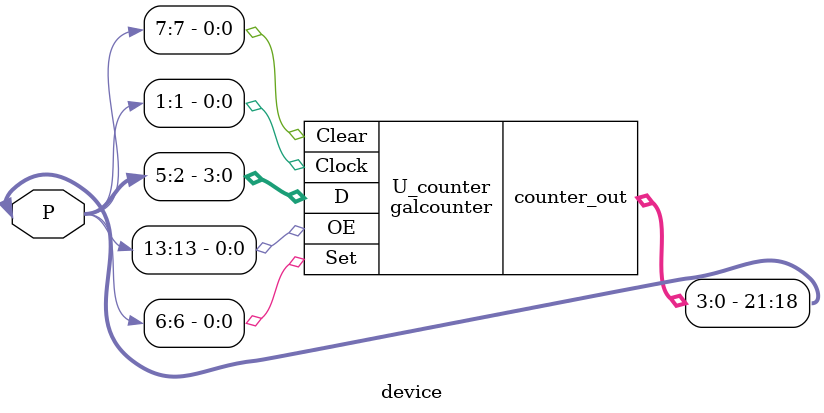
<source format=v>
module galcounter (
 input Clock ,
 input Set ,
 input Clear ,
 input OE ,
 input [3:0] D,
 output [3:0] counter_out 
); // End of port list
//-------------Input ports Data Type-------------------
// By rule all the input ports should be wires   
wire Clock ;
wire Set ;
wire Clear ;
wire OE ;
wire [3:0] D;
//-------------Output Ports Data Type------------------
// Output port can be a storage element (reg) or a wire
reg [3:0] counter_out ;

//------------Code Starts Here-------------------------
// Since this counter is a positive edge trigged one,
// We trigger the below block with respect to positive
// edge of the clock.
always @ (posedge Clock)
begin : COUNTER // Block Name
  // At every rising edge of clock we check if reset is active
  // If active, we load the counter output with 4'b0000
  if (Set == 1'b1) begin
    counter_out <= #1 D;
  end
  else if (Clear == 1'b1) begin
    counter_out <= #1 4'b0000;
  // If enable is active, then we increment the counter
  end
  else if (OE == 1'b0) begin
    counter_out <= #1 counter_out + 1;
  end
end // End of Block COUNTER

endmodule // End of Module counter

module device( inout [28:0] P);

galcounter U_counter(
	P[1], P[6],P[7],P[13],P[5:2],P[21:18]
);
endmodule

</source>
